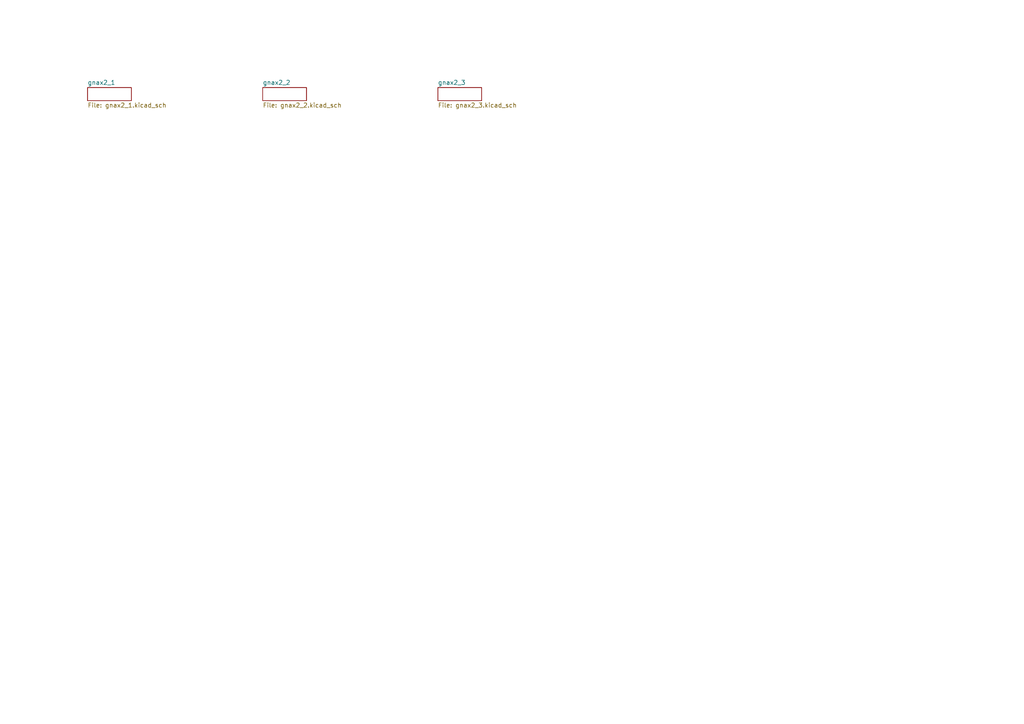
<source format=kicad_sch>
(kicad_sch (version 20230121) (generator eeschema)
  (paper "A4")
  (lib_symbols)
  (sheet (at 76.2 25.4) (size 12.7 3.81)
    (property "Sheetname" "gnax2_2" (at 76.2 24.6884 0) (effects (justify left bottom)))
    (property "Sheetfile" "gnax2_2.kicad_sch" (at 76.2 29.7946 0) (effects (justify left top)))
  )
  (sheet (at 127 25.4) (size 12.7 3.81)
    (property "Sheetname" "gnax2_3" (at 127 24.6884 0) (effects (justify left bottom)))
    (property "Sheetfile" "gnax2_3.kicad_sch" (at 127 29.7946 0) (effects (justify left top)))
  )
  (sheet (at 25.4 25.4) (size 12.7 3.81)
    (property "Sheetname" "gnax2_1" (at 25.4 24.6884 0) (effects (justify left bottom)))
    (property "Sheetfile" "gnax2_1.kicad_sch" (at 25.4 29.7946 0) (effects (justify left top)))
  )
)
</source>
